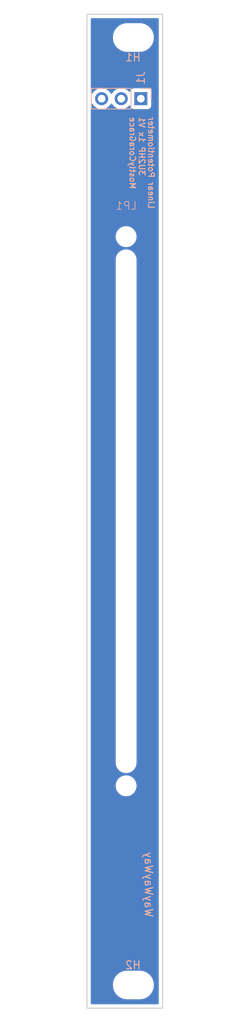
<source format=kicad_pcb>
(kicad_pcb (version 20240108) (generator "pcbnew") (generator_version "8.0")
  (layers (0 "F.Cu" signal) (31 "B.Cu" signal) (34 "B.Paste" user) (35 "F.Paste" user) (36 "B.SilkS" user "B.Silkscreen") (37 "F.SilkS" user "F.Silkscreen") (38 "B.Mask" user) (39 "F.Mask" user) (44 "Edge.Cuts" user))
  (net 0 "")
  (footprint "EXC:MountingHole_3.2mm_M3" (layer "B.Cu") (at 6.02 5.425 180)
    (property "Reference" "H1" (at 0.051 -2.576 0) (layer "B.SilkS") (effects (justify mirror)))
    (property "Value" "Eurorack_M3_MountingHole")
    (pad "" np_thru_hole oval (at 0 0 180) (size 4.8 3.2) (drill oval 4.8 3.2) (layers "F&B.Cu" "*.Mask"))
  )
  (footprint "EXC:Linear_Potentiometer_M2_Panel_Mount" (layer "B.Cu") (at 5.08 66.675 180)
    (property "Reference" "LP1" (at 0 39.5 0) (layer "B.SilkS") (effects (font (thickness 0.1)) (justify mirror)))
    (property "Value" "Linear_Potentiometer_M2_Panel_Mount")
    (pad "" np_thru_hole circle (at 0 -35.5 180) (size 2.2 2.2) (drill 2.2) (layers "F&B.Cu" "*.Mask"))
    (pad "" np_thru_hole oval (at 0 0 180) (size 2.2 67.2) (drill oval 2.2 67.2) (layers "F&B.Cu" "*.Mask"))
    (pad "" np_thru_hole circle (at 0 35.5 180) (size 2.2 2.2) (drill 2.2) (layers "F&B.Cu" "*.Mask"))
  )
  (footprint "Connector_PinSocket_2.54mm:PinSocket_1x03_P2.54mm_Vertical" (layer "B.Cu") (at 6.985 13.335 90)
    (property "Reference" "J1" (at 2.667 0 90) (layer "B.SilkS") (effects (justify mirror)))
    (property "Value" "Conn_01x03_Socket")
    (fp_line (start 1.33 -6.41) (end -1.33 -6.41) (stroke (width 0.12)) (layer "B.SilkS"))
    (fp_line (start 1.33 -6.41) (end 1.33 -1.27) (stroke (width 0.12)) (layer "B.SilkS"))
    (fp_line (start -1.33 -6.41) (end -1.33 -1.27) (stroke (width 0.12)) (layer "B.SilkS"))
    (fp_line (start 1.33 -1.27) (end -1.33 -1.27) (stroke (width 0.12)) (layer "B.SilkS"))
    (fp_line (start 1.33 0) (end 1.33 1.33) (stroke (width 0.12)) (layer "B.SilkS"))
    (fp_line (start 1.33 1.33) (end 0 1.33) (stroke (width 0.12)) (layer "B.SilkS"))
    (pad "1" thru_hole rect (at 0 0 90) (size 1.7 1.7) (drill 1) (layers "*.Cu" "*.Mask"))
    (pad "2" thru_hole oval (at 0 -2.54 90) (size 1.7 1.7) (drill 1) (layers "*.Cu" "*.Mask"))
    (pad "3" thru_hole oval (at 0 -5.08 90) (size 1.7 1.7) (drill 1) (layers "*.Cu" "*.Mask"))
  )
  (footprint "EXC:MountingHole_3.2mm_M3" (layer "B.Cu") (at 6.02 127.925 180)
    (property "Reference" "H2" (at 0.051 2.576 0) (layer "B.SilkS") (effects (justify mirror)))
    (property "Value" "Eurorack_M3_MountingHole")
    (pad "" np_thru_hole oval (at 0 0 180) (size 4.8 3.2) (drill oval 4.8 3.2) (layers "F&B.Cu" "*.Mask"))
  )
  (gr_rect (start 0 2.425) (end 9.8 130.925) (stroke (width 0.15)) (fill none) (layer "Edge.Cuts"))
  (gr_text "Linear Potentiometer\n3U2HP 1x V1\nMostlyCoraGrace" (at 8.763 15.621 270) (layer "B.SilkS") (effects (font (size 0.75 0.75) (thickness 0.15) (bold yes)) (justify right top mirror)))
  (gr_text "WayWayWay" (at 8 119.25 -90) (layer "B.SilkS") (effects (font (size 1 1)) (justify left mirror)))
  (zone (net 0) (net_name "") (layers "F&B.Cu") (connect_pads (clearance 0.5)) (min_thickness 0.25) (fill yes (thermal_gap 0.5) (thermal_bridge_width 0.5) (island_removal_mode 1) (island_area_min 10))
    (polygon (pts (xy 0 2.413) (xy 9.779 2.413) (xy 9.779 130.937) (xy 0 130.937)))
  )
)
</source>
